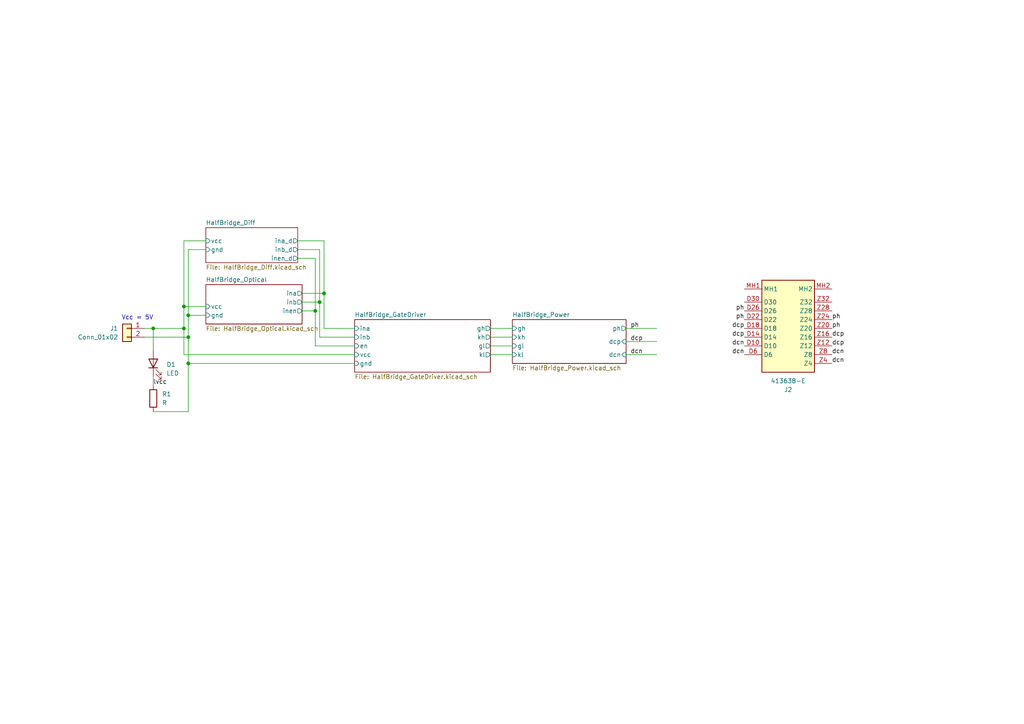
<source format=kicad_sch>
(kicad_sch (version 20231120) (generator "eeschema") (generator_version "8.0")
  (paper "A4")
  (lib_symbols
    (symbol "Connector_Generic:Conn_01x02" (pin_names (offset 1.016) hide)
      (property "Reference" "J" (at 0 2.54 0))
      (property "Value" "Conn_01x02" (at 0 -5.08 0))
      (symbol "Conn_01x02_1_1"
        (rectangle (start -1.27 -2.413) (end 0 -2.667) (stroke (width 0.1524)))
        (rectangle (start -1.27 0.127) (end 0 -0.127) (stroke (width 0.1524)))
        (rectangle (start -1.27 1.27) (end 1.27 -3.81) (stroke (width 0.254)) (fill (type background)))
        (pin passive line (at -5.08 0 0) (length 3.81) (name "Pin_1") (number "1"))
        (pin passive line (at -5.08 -2.54 0) (length 3.81) (name "Pin_2") (number "2"))
      )
    )
    (symbol "Device:LED" (pin_numbers hide) (pin_names (offset 1.016) hide)
      (property "Reference" "D" (at 0 2.54 0))
      (property "Value" "LED" (at 0 -2.54 0))
      (symbol "LED_0_1"
        (polyline (pts (xy -1.27 -1.27) (xy -1.27 1.27)) (stroke (width 0.254)))
        (polyline (pts (xy -1.27 0) (xy 1.27 0)))
        (polyline (pts (xy 1.27 -1.27) (xy 1.27 1.27) (xy -1.27 0) (xy 1.27 -1.27)) (stroke (width 0.254)))
        (polyline (pts (xy -3.048 -0.762) (xy -4.572 -2.286) (xy -3.81 -2.286) (xy -4.572 -2.286) (xy -4.572 -1.524)))
        (polyline (pts (xy -1.778 -0.762) (xy -3.302 -2.286) (xy -2.54 -2.286) (xy -3.302 -2.286) (xy -3.302 -1.524)))
      )
      (symbol "LED_1_1"
        (pin passive line (at -3.81 0 0) (length 2.54) (name "K") (number "1"))
        (pin passive line (at 3.81 0 180) (length 2.54) (name "A") (number "2"))
      )
    )
    (symbol "Device:R" (pin_numbers hide) (pin_names (offset 0))
      (property "Reference" "R" (at 2.032 0 90))
      (property "Value" "R" (at 0 0 90))
      (symbol "R_0_1"
        (rectangle (start -1.016 -2.54) (end 1.016 2.54) (stroke (width 0.254)))
      )
      (symbol "R_1_1"
        (pin passive line (at 0 3.81 270) (length 1.27) (name "~") (number "1"))
        (pin passive line (at 0 -3.81 90) (length 1.27) (name "~") (number "2"))
      )
    )
    (symbol "My_Connector:413638-E"
      (property "Reference" "J" (at 8.89 16.51 0))
      (property "Value" "413638-E" (at 8.89 13.97 0))
      (symbol "413638-E_1_1"
        (rectangle (start -7.62 12.7) (end 7.62 -13.97) (stroke (width 0.254)) (fill (type background)))
        (pin passive line (at -12.7 5.08 0) (length 5.08) (name "D10") (number "D10"))
        (pin passive line (at -12.7 2.54 0) (length 5.08) (name "D14") (number "D14"))
        (pin passive line (at -12.7 0 0) (length 5.08) (name "D18") (number "D18"))
        (pin passive line (at -12.7 -2.54 0) (length 5.08) (name "D22") (number "D22"))
        (pin passive line (at -12.7 -5.08 0) (length 5.08) (name "D26") (number "D26"))
        (pin passive line (at -12.7 -7.62 0) (length 5.08) (name "D30") (number "D30"))
        (pin passive line (at -12.7 7.62 0) (length 5.08) (name "D6") (number "D6"))
        (pin passive line (at -12.7 -11.43 0) (length 5.08) (name "MH1") (number "MH1"))
        (pin passive line (at 12.7 -11.43 180) (length 5.08) (name "MH2") (number "MH2"))
        (pin passive line (at 12.7 5.08 180) (length 5.08) (name "Z12") (number "Z12"))
        (pin passive line (at 12.7 2.54 180) (length 5.08) (name "Z16") (number "Z16"))
        (pin passive line (at 12.7 0 180) (length 5.08) (name "Z20") (number "Z20"))
        (pin passive line (at 12.7 -2.54 180) (length 5.08) (name "Z24") (number "Z24"))
        (pin passive line (at 12.7 -5.08 180) (length 5.08) (name "Z28") (number "Z28"))
        (pin passive line (at 12.7 -7.62 180) (length 5.08) (name "Z32") (number "Z32"))
        (pin passive line (at 12.7 10.16 180) (length 5.08) (name "Z4") (number "Z4"))
        (pin passive line (at 12.7 7.62 180) (length 5.08) (name "Z8") (number "Z8"))
      )
    )
  )
  (junction (at 44.45 95.25))
  (junction (at 91.44 90.17))
  (junction (at 92.71 87.63))
  (junction (at 54.61 97.79))
  (junction (at 54.61 91.44))
  (junction (at 93.98 85.09))
  (junction (at 53.34 95.25))
  (junction (at 54.61 105.41))
  (junction (at 53.34 88.9))
  (wire (pts (xy 41.91 95.25) (xy 44.45 95.25)))
  (wire (pts (xy 54.61 119.38) (xy 54.61 105.41)))
  (wire (pts (xy 44.45 109.22) (xy 44.45 111.76)))
  (wire (pts (xy 142.24 102.87) (xy 148.59 102.87)))
  (wire (pts (xy 87.63 85.09) (xy 93.98 85.09)))
  (wire (pts (xy 59.69 88.9) (xy 53.34 88.9)))
  (wire (pts (xy 44.45 95.25) (xy 53.34 95.25)))
  (wire (pts (xy 59.69 72.39) (xy 54.61 72.39)))
  (wire (pts (xy 53.34 95.25) (xy 53.34 102.87)))
  (wire (pts (xy 181.61 102.87) (xy 190.5 102.87)))
  (wire (pts (xy 54.61 72.39) (xy 54.61 91.44)))
  (wire (pts (xy 142.24 97.79) (xy 148.59 97.79)))
  (wire (pts (xy 59.69 91.44) (xy 54.61 91.44)))
  (wire (pts (xy 87.63 87.63) (xy 92.71 87.63)))
  (wire (pts (xy 53.34 88.9) (xy 53.34 95.25)))
  (wire (pts (xy 53.34 69.85) (xy 53.34 88.9)))
  (wire (pts (xy 92.71 97.79) (xy 102.87 97.79)))
  (wire (pts (xy 91.44 90.17) (xy 91.44 100.33)))
  (wire (pts (xy 59.69 69.85) (xy 53.34 69.85)))
  (wire (pts (xy 93.98 95.25) (xy 102.87 95.25)))
  (wire (pts (xy 93.98 85.09) (xy 93.98 95.25)))
  (wire (pts (xy 86.36 74.93) (xy 91.44 74.93)))
  (wire (pts (xy 91.44 100.33) (xy 102.87 100.33)))
  (wire (pts (xy 54.61 91.44) (xy 54.61 97.79)))
  (wire (pts (xy 87.63 90.17) (xy 91.44 90.17)))
  (wire (pts (xy 91.44 74.93) (xy 91.44 90.17)))
  (wire (pts (xy 53.34 102.87) (xy 102.87 102.87)))
  (wire (pts (xy 102.87 105.41) (xy 54.61 105.41)))
  (wire (pts (xy 142.24 100.33) (xy 148.59 100.33)))
  (wire (pts (xy 41.91 97.79) (xy 54.61 97.79)))
  (wire (pts (xy 86.36 72.39) (xy 92.71 72.39)))
  (wire (pts (xy 86.36 69.85) (xy 93.98 69.85)))
  (wire (pts (xy 142.24 95.25) (xy 148.59 95.25)))
  (wire (pts (xy 92.71 87.63) (xy 92.71 97.79)))
  (wire (pts (xy 54.61 97.79) (xy 54.61 105.41)))
  (wire (pts (xy 181.61 99.06) (xy 190.5 99.06)))
  (wire (pts (xy 92.71 72.39) (xy 92.71 87.63)))
  (wire (pts (xy 93.98 69.85) (xy 93.98 85.09)))
  (wire (pts (xy 44.45 95.25) (xy 44.45 101.6)))
  (wire (pts (xy 181.61 95.25) (xy 190.5 95.25)))
  (wire (pts (xy 44.45 119.38) (xy 54.61 119.38)))
  (text "Vcc = 5V" (at 39.878 92.202 0) (effects (font (size 1.27 1.27))))
  (label "dcn" (at 241.3 102.87 0))
  (label "dcp" (at 215.9 95.25 180))
  (label "dcp" (at 241.3 97.79 0))
  (label "ph" (at 241.3 92.71 0))
  (label "dcn" (at 241.3 105.41 0))
  (label "dcp" (at 182.88 99.06 0))
  (label "ph" (at 215.9 92.71 180))
  (label "dcn" (at 215.9 102.87 180))
  (label "lvcc" (at 44.45 111.76 0))
  (label "ph" (at 215.9 90.17 180))
  (label "dcp" (at 241.3 100.33 0))
  (label "dcp" (at 215.9 97.79 180))
  (label "ph" (at 182.88 95.25 0))
  (label "dcn" (at 182.88 102.87 0))
  (label "dcn" (at 215.9 100.33 180))
  (label "ph" (at 241.3 95.25 0))
  (symbol (lib_id "Connector_Generic:Conn_01x02") (at 36.83 95.25 0) (mirror y) (unit 1)
    (property "Reference" "J1" (at 34.29 95.2499 0) (effects (justify left)))
    (property "Value" "Conn_01x02" (at 34.29 97.7899 0) (effects (justify left)))
    (property "Footprint" "Connector_Phoenix_SPT:PhoenixContact_SPT_1.5_2-H-3.5_1x02_P3.5mm_Horizontal" (effects (hide yes)))
    (property "Description" "Generic connector, single row, 01x02, script generated (kicad-library-utils/schlib/autogen/connector/)" (effects (hide yes)))
  )
  (symbol (lib_id "Device:R") (at 44.45 115.57 0) (unit 1)
    (property "Reference" "R1" (at 46.99 114.2999 0) (effects (justify left)))
    (property "Value" "R" (at 46.99 116.8399 0) (effects (justify left)))
    (property "Footprint" "Resistor_SMD:R_0603_1608Metric" (effects (hide yes)))
    (property "Description" "Resistor" (effects (hide yes)))
  )
  (symbol (lib_id "Device:LED") (at 44.45 105.41 90) (unit 1)
    (property "Reference" "D1" (at 48.26 105.7274 90) (effects (justify right)))
    (property "Value" "LED" (at 48.26 108.2674 90) (effects (justify right)))
    (property "Footprint" "LED_SMD:LED_0603_1608Metric_Pad1.05x0.95mm_HandSolder" (effects (hide yes)))
    (property "Description" "Light emitting diode" (effects (hide yes)))
  )
  (symbol (lib_id "My_Connector:413638-E") (at 228.6 95.25 0) (mirror x) (unit 1)
    (property "Reference" "J2" (at 228.6 113.03 0))
    (property "Value" "413638-E" (at 228.6 110.49 0))
    (property "Footprint" "My_Connector:TEConnectivity_413638E" (effects (hide yes)))
    (property "Datasheet" "https://www.erni.com/fileadmin/import/products/assets/DC0002089.PDF" (effects (hide yes)))
    (property "Description" "15 Position Header, Male Blades Connector Solder 0.300\" (7.62mm) Through Hole, Right Angle" (effects (hide yes)))
    (property "Height" "13" (effects (hide yes)))
    (property "Manufacturer_Name" "TE Connectivity" (effects (hide yes)))
    (property "Manufacturer_Part_Number" "413638-E" (effects (hide yes)))
  )
  (sheet (at 59.69 66.04) (size 26.67 10.16) (stroke (width 0.1524))
    (property "Sheetname" "HalfBridge_Diff" (at 59.69 65.3284 0) (effects (justify left bottom)))
    (property "Sheetfile" "HalfBridge_Diff.kicad_sch" (at 59.69 76.7846 0) (effects (justify left top)))
    (pin "vcc" input (at 59.69 69.85 180))
    (pin "gnd" input (at 59.69 72.39 180))
    (pin "inb_d" output (at 86.36 72.39 0))
    (pin "ina_d" output (at 86.36 69.85 0))
    (pin "inen_d" output (at 86.36 74.93 0))
  )
  (sheet (at 59.69 82.55) (size 27.94 11.43) (stroke (width 0.1524))
    (property "Sheetname" "HalfBridge_Optical" (at 59.69 81.8384 0) (effects (justify left bottom)))
    (property "Sheetfile" "HalfBridge_Optical.kicad_sch" (at 59.69 94.5646 0) (effects (justify left top)))
    (pin "gnd" input (at 59.69 91.44 180))
    (pin "vcc" input (at 59.69 88.9 180))
    (pin "ina" output (at 87.63 85.09 0))
    (pin "inb" output (at 87.63 87.63 0))
    (pin "inen" output (at 87.63 90.17 0))
  )
  (sheet (at 102.87 92.71) (size 39.37 15.24) (stroke (width 0.1524))
    (property "Sheetname" "HalfBridge_GateDriver" (at 102.87 91.9984 0) (effects (justify left bottom)))
    (property "Sheetfile" "HalfBridge_GateDriver.kicad_sch" (at 102.87 108.5346 0) (effects (justify left top)))
    (pin "gl" output (at 142.24 100.33 0))
    (pin "kh" output (at 142.24 97.79 0))
    (pin "gh" output (at 142.24 95.25 0))
    (pin "kl" output (at 142.24 102.87 0))
    (pin "vcc" input (at 102.87 102.87 180))
    (pin "gnd" input (at 102.87 105.41 180))
    (pin "ina" input (at 102.87 95.25 180))
    (pin "inb" input (at 102.87 97.79 180))
    (pin "en" input (at 102.87 100.33 180))
  )
  (sheet (at 148.59 92.71) (size 33.02 12.7) (stroke (width 0.1524))
    (property "Sheetname" "HalfBridge_Power" (at 148.59 91.9984 0) (effects (justify left bottom)))
    (property "Sheetfile" "HalfBridge_Power.kicad_sch" (at 148.59 105.9946 0) (effects (justify left top)))
    (pin "ph" output (at 181.61 95.25 0))
    (pin "dcp" input (at 181.61 99.06 0))
    (pin "dcn" input (at 181.61 102.87 0))
    (pin "gh" input (at 148.59 95.25 180))
    (pin "kh" input (at 148.59 97.79 180))
    (pin "gl" input (at 148.59 100.33 180))
    (pin "kl" input (at 148.59 102.87 180))
  )
)
</source>
